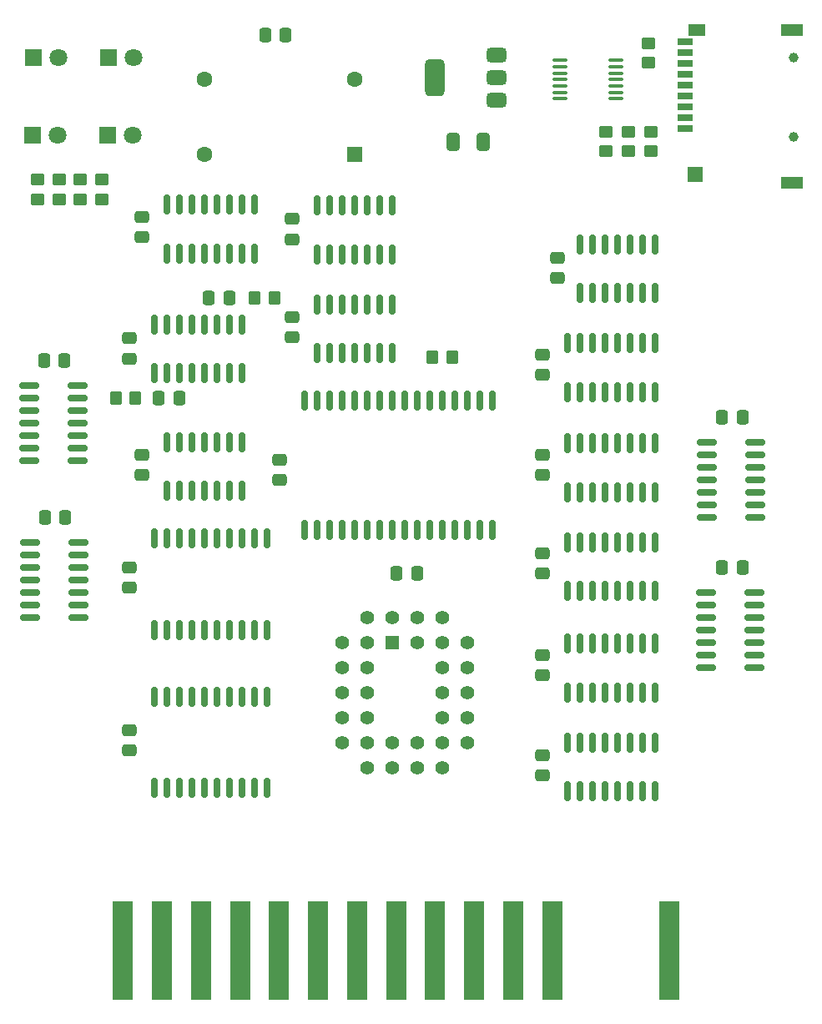
<source format=gbr>
%TF.GenerationSoftware,KiCad,Pcbnew,8.0.2*%
%TF.CreationDate,2024-05-14T20:05:04+02:00*%
%TF.ProjectId,port2-sdcard-interface,706f7274-322d-4736-9463-6172642d696e,rev5*%
%TF.SameCoordinates,Original*%
%TF.FileFunction,Soldermask,Bot*%
%TF.FilePolarity,Negative*%
%FSLAX46Y46*%
G04 Gerber Fmt 4.6, Leading zero omitted, Abs format (unit mm)*
G04 Created by KiCad (PCBNEW 8.0.2) date 2024-05-14 20:05:04*
%MOMM*%
%LPD*%
G01*
G04 APERTURE LIST*
G04 Aperture macros list*
%AMRoundRect*
0 Rectangle with rounded corners*
0 $1 Rounding radius*
0 $2 $3 $4 $5 $6 $7 $8 $9 X,Y pos of 4 corners*
0 Add a 4 corners polygon primitive as box body*
4,1,4,$2,$3,$4,$5,$6,$7,$8,$9,$2,$3,0*
0 Add four circle primitives for the rounded corners*
1,1,$1+$1,$2,$3*
1,1,$1+$1,$4,$5*
1,1,$1+$1,$6,$7*
1,1,$1+$1,$8,$9*
0 Add four rect primitives between the rounded corners*
20,1,$1+$1,$2,$3,$4,$5,0*
20,1,$1+$1,$4,$5,$6,$7,0*
20,1,$1+$1,$6,$7,$8,$9,0*
20,1,$1+$1,$8,$9,$2,$3,0*%
G04 Aperture macros list end*
%ADD10RoundRect,0.100000X0.637500X0.100000X-0.637500X0.100000X-0.637500X-0.100000X0.637500X-0.100000X0*%
%ADD11RoundRect,0.375000X0.625000X0.375000X-0.625000X0.375000X-0.625000X-0.375000X0.625000X-0.375000X0*%
%ADD12RoundRect,0.500000X0.500000X1.400000X-0.500000X1.400000X-0.500000X-1.400000X0.500000X-1.400000X0*%
%ADD13RoundRect,0.250000X0.450000X-0.350000X0.450000X0.350000X-0.450000X0.350000X-0.450000X-0.350000X0*%
%ADD14RoundRect,0.250000X-0.450000X0.350000X-0.450000X-0.350000X0.450000X-0.350000X0.450000X0.350000X0*%
%ADD15C,0.990600*%
%ADD16R,1.498600X1.600200*%
%ADD17R,1.800000X1.193800*%
%ADD18R,2.209800X1.193800*%
%ADD19R,1.600200X0.711200*%
%ADD20RoundRect,0.250000X0.412500X0.650000X-0.412500X0.650000X-0.412500X-0.650000X0.412500X-0.650000X0*%
%ADD21R,1.800000X1.800000*%
%ADD22C,1.800000*%
%ADD23RoundRect,0.250000X0.475000X-0.337500X0.475000X0.337500X-0.475000X0.337500X-0.475000X-0.337500X0*%
%ADD24RoundRect,0.150000X-0.150000X0.875000X-0.150000X-0.875000X0.150000X-0.875000X0.150000X0.875000X0*%
%ADD25RoundRect,0.250000X-0.337500X-0.475000X0.337500X-0.475000X0.337500X0.475000X-0.337500X0.475000X0*%
%ADD26RoundRect,0.150000X-0.150000X0.825000X-0.150000X-0.825000X0.150000X-0.825000X0.150000X0.825000X0*%
%ADD27R,1.422400X1.422400*%
%ADD28C,1.422400*%
%ADD29RoundRect,0.150000X0.825000X0.150000X-0.825000X0.150000X-0.825000X-0.150000X0.825000X-0.150000X0*%
%ADD30RoundRect,0.250000X-0.350000X-0.450000X0.350000X-0.450000X0.350000X0.450000X-0.350000X0.450000X0*%
%ADD31R,2.000000X10.000000*%
%ADD32RoundRect,0.250000X0.337500X0.475000X-0.337500X0.475000X-0.337500X-0.475000X0.337500X-0.475000X0*%
%ADD33R,1.600000X1.600000*%
%ADD34C,1.600000*%
G04 APERTURE END LIST*
D10*
%TO.C,U21*%
X78180000Y-22480000D03*
X78180000Y-23130000D03*
X78180000Y-23780000D03*
X78180000Y-24430000D03*
X78180000Y-25080000D03*
X78180000Y-25730000D03*
X78180000Y-26380000D03*
X83905000Y-26380000D03*
X83905000Y-25730000D03*
X83905000Y-25080000D03*
X83905000Y-24430000D03*
X83905000Y-23780000D03*
X83905000Y-23130000D03*
X83905000Y-22480000D03*
%TD*%
D11*
%TO.C,U16*%
X71805000Y-21930000D03*
X71805000Y-24230000D03*
D12*
X65505000Y-24230000D03*
D11*
X71805000Y-26530000D03*
%TD*%
D13*
%TO.C,R11*%
X82905000Y-31730000D03*
X82905000Y-29730000D03*
%TD*%
D14*
%TO.C,R10*%
X85155000Y-29730000D03*
X85155000Y-31730000D03*
%TD*%
D13*
%TO.C,R9*%
X87405000Y-31730000D03*
X87405000Y-29730000D03*
%TD*%
%TO.C,R8*%
X87155000Y-22730000D03*
X87155000Y-20730000D03*
%TD*%
D15*
%TO.C,J1*%
X101903302Y-30230000D03*
X101903302Y-22230000D03*
D16*
X91954004Y-34030092D03*
D17*
X92104696Y-19433106D03*
D18*
X101731854Y-34930008D03*
X101731854Y-19430008D03*
D19*
X90903301Y-20629998D03*
X90903301Y-21729998D03*
X90903301Y-22829998D03*
X90903301Y-23929999D03*
X90903301Y-25029999D03*
X90903301Y-26129999D03*
X90903301Y-27230000D03*
X90903301Y-28330000D03*
X90903301Y-29430001D03*
%TD*%
D20*
%TO.C,C23*%
X70467500Y-30730000D03*
X67342500Y-30730000D03*
%TD*%
D21*
%TO.C,D1*%
X24760000Y-22225000D03*
D22*
X27300000Y-22225000D03*
%TD*%
D21*
%TO.C,D4*%
X32366000Y-30085000D03*
D22*
X34906000Y-30085000D03*
%TD*%
D21*
%TO.C,D3*%
X24746000Y-30085000D03*
D22*
X27286000Y-30085000D03*
%TD*%
D21*
%TO.C,D2*%
X32380000Y-22225000D03*
D22*
X34920000Y-22225000D03*
%TD*%
D23*
%TO.C,C4*%
X35795000Y-64545000D03*
X35795000Y-62470000D03*
%TD*%
D24*
%TO.C,U1*%
X52305000Y-56990000D03*
X53575000Y-56990000D03*
X54845000Y-56990000D03*
X56115000Y-56990000D03*
X57385000Y-56990000D03*
X58655000Y-56990000D03*
X59925000Y-56990000D03*
X61195000Y-56990000D03*
X62465000Y-56990000D03*
X63735000Y-56990000D03*
X65005000Y-56990000D03*
X66275000Y-56990000D03*
X67545000Y-56990000D03*
X68815000Y-56990000D03*
X70085000Y-56990000D03*
X71355000Y-56990000D03*
X71355000Y-70090000D03*
X70085000Y-70090000D03*
X68815000Y-70090000D03*
X67545000Y-70090000D03*
X66275000Y-70090000D03*
X65005000Y-70090000D03*
X63735000Y-70090000D03*
X62465000Y-70090000D03*
X61195000Y-70090000D03*
X59925000Y-70090000D03*
X58655000Y-70090000D03*
X57385000Y-70090000D03*
X56115000Y-70090000D03*
X54845000Y-70090000D03*
X53575000Y-70090000D03*
X52305000Y-70090000D03*
%TD*%
D25*
%TO.C,C15*%
X61660000Y-74535000D03*
X63735000Y-74535000D03*
%TD*%
D23*
%TO.C,C11*%
X34525000Y-92485000D03*
X34525000Y-90410000D03*
%TD*%
D26*
%TO.C,U13*%
X78975000Y-61330000D03*
X80245000Y-61330000D03*
X81515000Y-61330000D03*
X82785000Y-61330000D03*
X84055000Y-61330000D03*
X85325000Y-61330000D03*
X86595000Y-61330000D03*
X87865000Y-61330000D03*
X87865000Y-66280000D03*
X86595000Y-66280000D03*
X85325000Y-66280000D03*
X84055000Y-66280000D03*
X82785000Y-66280000D03*
X81515000Y-66280000D03*
X80245000Y-66280000D03*
X78975000Y-66280000D03*
%TD*%
D27*
%TO.C,U15*%
X61195000Y-81520000D03*
D28*
X63735000Y-78980000D03*
X63735000Y-81520000D03*
X66275000Y-78980000D03*
X68815000Y-81520000D03*
X66275000Y-81520000D03*
X68815000Y-84060000D03*
X66275000Y-84060000D03*
X68815000Y-86600000D03*
X66275000Y-86600000D03*
X68815000Y-89140000D03*
X66275000Y-89140000D03*
X68815000Y-91680000D03*
X66275000Y-94220000D03*
X66275000Y-91680000D03*
X63735000Y-94220000D03*
X63735000Y-91680000D03*
X61195000Y-94220000D03*
X61195000Y-91680000D03*
X58655000Y-94220000D03*
X56115000Y-91680000D03*
X58655000Y-91680000D03*
X56115000Y-89140000D03*
X58655000Y-89140000D03*
X56115000Y-86600000D03*
X58655000Y-86600000D03*
X56115000Y-84060000D03*
X58655000Y-84060000D03*
X56115000Y-81520000D03*
X58655000Y-78980000D03*
X58655000Y-81520000D03*
X61195000Y-78980000D03*
%TD*%
D25*
%TO.C,C14*%
X25889000Y-52945000D03*
X27964000Y-52945000D03*
%TD*%
D13*
%TO.C,R6*%
X27413000Y-36562000D03*
X27413000Y-34562000D03*
%TD*%
D26*
%TO.C,U20*%
X78975000Y-91680000D03*
X80245000Y-91680000D03*
X81515000Y-91680000D03*
X82785000Y-91680000D03*
X84055000Y-91680000D03*
X85325000Y-91680000D03*
X86595000Y-91680000D03*
X87865000Y-91680000D03*
X87865000Y-96630000D03*
X86595000Y-96630000D03*
X85325000Y-96630000D03*
X84055000Y-96630000D03*
X82785000Y-96630000D03*
X81515000Y-96630000D03*
X80245000Y-96630000D03*
X78975000Y-96630000D03*
%TD*%
D23*
%TO.C,C16*%
X49765000Y-65053000D03*
X49765000Y-62978000D03*
%TD*%
D26*
%TO.C,U3*%
X80245000Y-41137000D03*
X81515000Y-41137000D03*
X82785000Y-41137000D03*
X84055000Y-41137000D03*
X85325000Y-41137000D03*
X86595000Y-41137000D03*
X87865000Y-41137000D03*
X87865000Y-46087000D03*
X86595000Y-46087000D03*
X85325000Y-46087000D03*
X84055000Y-46087000D03*
X82785000Y-46087000D03*
X81515000Y-46087000D03*
X80245000Y-46087000D03*
%TD*%
D29*
%TO.C,U18*%
X98025000Y-61200000D03*
X98025000Y-62470000D03*
X98025000Y-63740000D03*
X98025000Y-65010000D03*
X98025000Y-66280000D03*
X98025000Y-67550000D03*
X98025000Y-68820000D03*
X93075000Y-68820000D03*
X93075000Y-67550000D03*
X93075000Y-66280000D03*
X93075000Y-65010000D03*
X93075000Y-63740000D03*
X93075000Y-62470000D03*
X93075000Y-61200000D03*
%TD*%
D26*
%TO.C,U6*%
X78975000Y-81650000D03*
X80245000Y-81650000D03*
X81515000Y-81650000D03*
X82785000Y-81650000D03*
X84055000Y-81650000D03*
X85325000Y-81650000D03*
X86595000Y-81650000D03*
X87865000Y-81650000D03*
X87865000Y-86600000D03*
X86595000Y-86600000D03*
X85325000Y-86600000D03*
X84055000Y-86600000D03*
X82785000Y-86600000D03*
X81515000Y-86600000D03*
X80245000Y-86600000D03*
X78975000Y-86600000D03*
%TD*%
D23*
%TO.C,C9*%
X51035000Y-40647500D03*
X51035000Y-38572500D03*
%TD*%
D30*
%TO.C,R4*%
X65259000Y-52564000D03*
X67259000Y-52564000D03*
%TD*%
D23*
%TO.C,C6*%
X76435000Y-84865000D03*
X76435000Y-82790000D03*
%TD*%
D24*
%TO.C,U11*%
X37065000Y-87030000D03*
X38335000Y-87030000D03*
X39605000Y-87030000D03*
X40875000Y-87030000D03*
X42145000Y-87030000D03*
X43415000Y-87030000D03*
X44685000Y-87030000D03*
X45955000Y-87030000D03*
X47225000Y-87030000D03*
X48495000Y-87030000D03*
X48495000Y-96330000D03*
X47225000Y-96330000D03*
X45955000Y-96330000D03*
X44685000Y-96330000D03*
X43415000Y-96330000D03*
X42145000Y-96330000D03*
X40875000Y-96330000D03*
X39605000Y-96330000D03*
X38335000Y-96330000D03*
X37065000Y-96330000D03*
%TD*%
D13*
%TO.C,R7*%
X25254000Y-36562000D03*
X25254000Y-34562000D03*
%TD*%
D26*
%TO.C,U12*%
X78975000Y-51170000D03*
X80245000Y-51170000D03*
X81515000Y-51170000D03*
X82785000Y-51170000D03*
X84055000Y-51170000D03*
X85325000Y-51170000D03*
X86595000Y-51170000D03*
X87865000Y-51170000D03*
X87865000Y-56120000D03*
X86595000Y-56120000D03*
X85325000Y-56120000D03*
X84055000Y-56120000D03*
X82785000Y-56120000D03*
X81515000Y-56120000D03*
X80245000Y-56120000D03*
X78975000Y-56120000D03*
%TD*%
D24*
%TO.C,U8*%
X37065000Y-70950000D03*
X38335000Y-70950000D03*
X39605000Y-70950000D03*
X40875000Y-70950000D03*
X42145000Y-70950000D03*
X43415000Y-70950000D03*
X44685000Y-70950000D03*
X45955000Y-70950000D03*
X47225000Y-70950000D03*
X48495000Y-70950000D03*
X48495000Y-80250000D03*
X47225000Y-80250000D03*
X45955000Y-80250000D03*
X44685000Y-80250000D03*
X43415000Y-80250000D03*
X42145000Y-80250000D03*
X40875000Y-80250000D03*
X39605000Y-80250000D03*
X38335000Y-80250000D03*
X37065000Y-80250000D03*
%TD*%
D30*
%TO.C,R5*%
X47225000Y-46595000D03*
X49225000Y-46595000D03*
%TD*%
D26*
%TO.C,U5*%
X38335000Y-37135000D03*
X39605000Y-37135000D03*
X40875000Y-37135000D03*
X42145000Y-37135000D03*
X43415000Y-37135000D03*
X44685000Y-37135000D03*
X45955000Y-37135000D03*
X47225000Y-37135000D03*
X47225000Y-42085000D03*
X45955000Y-42085000D03*
X44685000Y-42085000D03*
X43415000Y-42085000D03*
X42145000Y-42085000D03*
X40875000Y-42085000D03*
X39605000Y-42085000D03*
X38335000Y-42085000D03*
%TD*%
D23*
%TO.C,C13*%
X76435000Y-64545000D03*
X76435000Y-62470000D03*
%TD*%
D14*
%TO.C,R1*%
X31731000Y-34562000D03*
X31731000Y-36562000D03*
%TD*%
D26*
%TO.C,U4*%
X38335000Y-61200000D03*
X39605000Y-61200000D03*
X40875000Y-61200000D03*
X42145000Y-61200000D03*
X43415000Y-61200000D03*
X44685000Y-61200000D03*
X45955000Y-61200000D03*
X45955000Y-66150000D03*
X44685000Y-66150000D03*
X43415000Y-66150000D03*
X42145000Y-66150000D03*
X40875000Y-66150000D03*
X39605000Y-66150000D03*
X38335000Y-66150000D03*
%TD*%
D29*
%TO.C,U19*%
X97960000Y-76440000D03*
X97960000Y-77710000D03*
X97960000Y-78980000D03*
X97960000Y-80250000D03*
X97960000Y-81520000D03*
X97960000Y-82790000D03*
X97960000Y-84060000D03*
X93010000Y-84060000D03*
X93010000Y-82790000D03*
X93010000Y-81520000D03*
X93010000Y-80250000D03*
X93010000Y-78980000D03*
X93010000Y-77710000D03*
X93010000Y-76440000D03*
%TD*%
D14*
%TO.C,R2*%
X29572000Y-34562000D03*
X29572000Y-36562000D03*
%TD*%
D23*
%TO.C,C17*%
X76435000Y-74570000D03*
X76435000Y-72495000D03*
%TD*%
D26*
%TO.C,U10*%
X53575000Y-47230000D03*
X54845000Y-47230000D03*
X56115000Y-47230000D03*
X57385000Y-47230000D03*
X58655000Y-47230000D03*
X59925000Y-47230000D03*
X61195000Y-47230000D03*
X61195000Y-52180000D03*
X59925000Y-52180000D03*
X58655000Y-52180000D03*
X57385000Y-52180000D03*
X56115000Y-52180000D03*
X54845000Y-52180000D03*
X53575000Y-52180000D03*
%TD*%
D23*
%TO.C,C10*%
X51035000Y-50575000D03*
X51035000Y-48500000D03*
%TD*%
%TO.C,C1*%
X76435000Y-95025000D03*
X76435000Y-92950000D03*
%TD*%
D31*
%TO.C,J2*%
X33875000Y-112776000D03*
X37835000Y-112776000D03*
X41795000Y-112776000D03*
X45755000Y-112776000D03*
X49715000Y-112776000D03*
X53675000Y-112776000D03*
X57635000Y-112776000D03*
X61595000Y-112776000D03*
X65555000Y-112776000D03*
X69515000Y-112776000D03*
X73475000Y-112776000D03*
X77435000Y-112776000D03*
X89315000Y-112776000D03*
%TD*%
D23*
%TO.C,C8*%
X34525000Y-75975000D03*
X34525000Y-73900000D03*
%TD*%
D25*
%TO.C,C19*%
X94680000Y-73900000D03*
X96755000Y-73900000D03*
%TD*%
D26*
%TO.C,U17*%
X78975000Y-71390000D03*
X80245000Y-71390000D03*
X81515000Y-71390000D03*
X82785000Y-71390000D03*
X84055000Y-71390000D03*
X85325000Y-71390000D03*
X86595000Y-71390000D03*
X87865000Y-71390000D03*
X87865000Y-76340000D03*
X86595000Y-76340000D03*
X85325000Y-76340000D03*
X84055000Y-76340000D03*
X82785000Y-76340000D03*
X81515000Y-76340000D03*
X80245000Y-76340000D03*
X78975000Y-76340000D03*
%TD*%
D29*
%TO.C,U14*%
X29315000Y-55485000D03*
X29315000Y-56755000D03*
X29315000Y-58025000D03*
X29315000Y-59295000D03*
X29315000Y-60565000D03*
X29315000Y-61835000D03*
X29315000Y-63105000D03*
X24365000Y-63105000D03*
X24365000Y-61835000D03*
X24365000Y-60565000D03*
X24365000Y-59295000D03*
X24365000Y-58025000D03*
X24365000Y-56755000D03*
X24365000Y-55485000D03*
%TD*%
D23*
%TO.C,C5*%
X35795000Y-40415000D03*
X35795000Y-38340000D03*
%TD*%
D25*
%TO.C,C21*%
X42610000Y-46595000D03*
X44685000Y-46595000D03*
%TD*%
%TO.C,C18*%
X94680000Y-58660000D03*
X96755000Y-58660000D03*
%TD*%
D30*
%TO.C,R3*%
X33160000Y-56755000D03*
X35160000Y-56755000D03*
%TD*%
D23*
%TO.C,C7*%
X34525000Y-52734000D03*
X34525000Y-50659000D03*
%TD*%
D32*
%TO.C,C20*%
X39605000Y-56755000D03*
X37530000Y-56755000D03*
%TD*%
%TO.C,C3*%
X50400000Y-19925000D03*
X48325000Y-19925000D03*
%TD*%
D26*
%TO.C,U9*%
X53575000Y-37200000D03*
X54845000Y-37200000D03*
X56115000Y-37200000D03*
X57385000Y-37200000D03*
X58655000Y-37200000D03*
X59925000Y-37200000D03*
X61195000Y-37200000D03*
X61195000Y-42150000D03*
X59925000Y-42150000D03*
X58655000Y-42150000D03*
X57385000Y-42150000D03*
X56115000Y-42150000D03*
X54845000Y-42150000D03*
X53575000Y-42150000D03*
%TD*%
%TO.C,U7*%
X37065000Y-49265000D03*
X38335000Y-49265000D03*
X39605000Y-49265000D03*
X40875000Y-49265000D03*
X42145000Y-49265000D03*
X43415000Y-49265000D03*
X44685000Y-49265000D03*
X45955000Y-49265000D03*
X45955000Y-54215000D03*
X44685000Y-54215000D03*
X43415000Y-54215000D03*
X42145000Y-54215000D03*
X40875000Y-54215000D03*
X39605000Y-54215000D03*
X38335000Y-54215000D03*
X37065000Y-54215000D03*
%TD*%
D33*
%TO.C,X1*%
X57385000Y-31990000D03*
D34*
X42145000Y-31990000D03*
X42145000Y-24370000D03*
X57385000Y-24370000D03*
%TD*%
D29*
%TO.C,U2*%
X29380000Y-71360000D03*
X29380000Y-72630000D03*
X29380000Y-73900000D03*
X29380000Y-75170000D03*
X29380000Y-76440000D03*
X29380000Y-77710000D03*
X29380000Y-78980000D03*
X24430000Y-78980000D03*
X24430000Y-77710000D03*
X24430000Y-76440000D03*
X24430000Y-75170000D03*
X24430000Y-73900000D03*
X24430000Y-72630000D03*
X24430000Y-71360000D03*
%TD*%
D25*
%TO.C,C2*%
X25973000Y-68820000D03*
X28048000Y-68820000D03*
%TD*%
D23*
%TO.C,C12*%
X76435000Y-54385000D03*
X76435000Y-52310000D03*
%TD*%
%TO.C,C22*%
X77959000Y-44563000D03*
X77959000Y-42488000D03*
%TD*%
M02*

</source>
